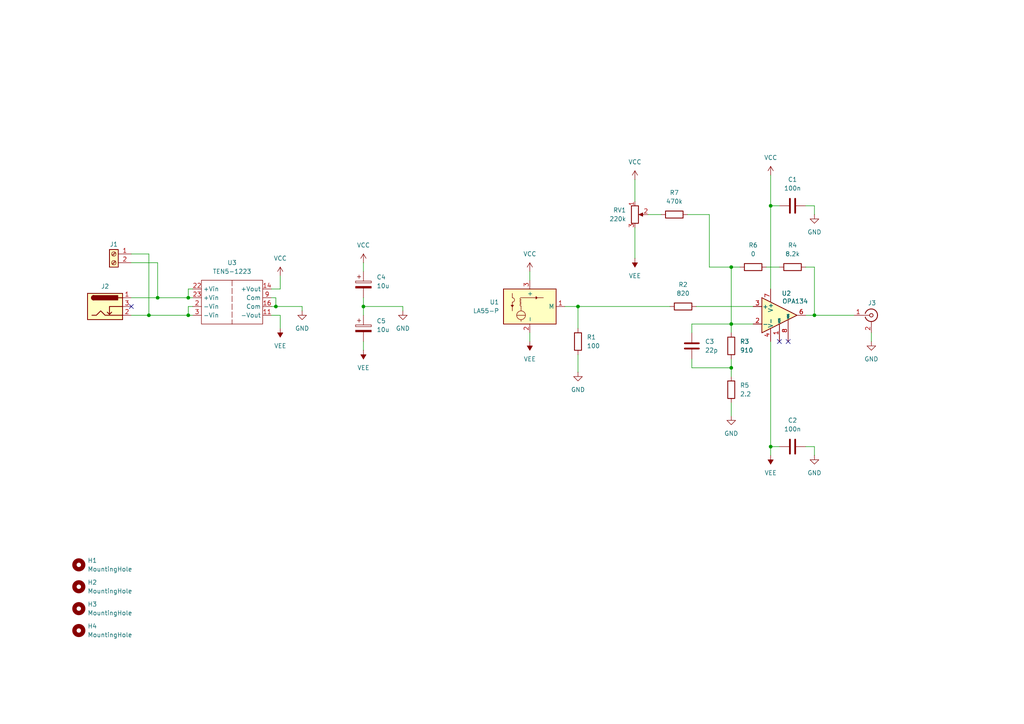
<source format=kicad_sch>
(kicad_sch (version 20250114) (generator "eeschema") (generator_version "9.0")
  (paper "A4")
  (lib_symbols
    (symbol "Amplifier_Operational:OPA134" (pin_names (offset 0.127))
      (property "Reference" "U" (at 1.27 6.35 0))
      (property "Value" "OPA134" (at 1.27 3.81 0))
      (symbol "OPA134_0_1"
        (polyline (pts (xy -5.08 5.08) (xy 5.08 0) (xy -5.08 -5.08) (xy -5.08 5.08)) (stroke (width 0.254)) (fill (type background)))
      )
      (symbol "OPA134_1_1"
        (pin input line (at -7.62 2.54 0) (length 2.54) (name "+") (number "3"))
        (pin input line (at -7.62 -2.54 0) (length 2.54) (name "-") (number "2"))
        (pin power_in line (at -2.54 7.62 270) (length 3.81) (name "V+") (number "7"))
        (pin power_in line (at -2.54 -7.62 90) (length 3.81) (name "V-") (number "4"))
        (pin no_connect line (at 0 2.54 270) (length 2.54) (hide yes) (name "NC") (number "5"))
        (pin input line (at 0 -7.62 90) (length 5.08) (name "VOS") (number "1"))
        (pin input line (at 2.54 -7.62 90) (length 6.35) (name "VOS") (number "8"))
        (pin output line (at 7.62 0 180) (length 2.54) (name "~") (number "6"))
      )
    )
    (symbol "Connector:Barrel_Jack_Switch" (pin_names (hide yes))
      (property "Reference" "J" (at 0 5.334 0))
      (property "Value" "Barrel_Jack_Switch" (at 0 -5.08 0))
      (symbol "Barrel_Jack_Switch_0_1"
        (rectangle (start -5.08 3.81) (end 5.08 -3.81) (stroke (width 0.254)) (fill (type background)))
        (polyline (pts (xy -3.81 -2.54) (xy -2.54 -2.54) (xy -1.27 -1.27) (xy 0 -2.54) (xy 2.54 -2.54) (xy 5.08 -2.54)) (stroke (width 0.254)))
        (arc (start -3.302 1.905) (mid -3.9343 2.54) (end -3.302 3.175) (stroke (width 0.254)))
        (arc (start -3.302 1.905) (mid -3.9343 2.54) (end -3.302 3.175) (stroke (width 0.254)) (fill (type outline)))
        (polyline (pts (xy 1.27 -2.286) (xy 1.905 -1.651)) (stroke (width 0.254)))
        (rectangle (start 3.683 3.175) (end -3.302 1.905) (stroke (width 0.254)) (fill (type outline)))
        (polyline (pts (xy 5.08 2.54) (xy 3.81 2.54)) (stroke (width 0.254)))
        (polyline (pts (xy 5.08 0) (xy 1.27 0) (xy 1.27 -2.286) (xy 0.635 -1.651)) (stroke (width 0.254)))
      )
      (symbol "Barrel_Jack_Switch_1_1"
        (pin passive line (at 7.62 2.54 180) (length 2.54) (name "~") (number "1"))
        (pin passive line (at 7.62 0 180) (length 2.54) (name "~") (number "3"))
        (pin passive line (at 7.62 -2.54 180) (length 2.54) (name "~") (number "2"))
      )
    )
    (symbol "Connector:Conn_Coaxial" (pin_names (offset 1.016) (hide yes))
      (property "Reference" "J" (at 0.254 3.048 0))
      (property "Value" "Conn_Coaxial" (at 2.921 0 90))
      (symbol "Conn_Coaxial_0_1"
        (polyline (pts (xy -2.54 0) (xy -0.508 0)))
        (arc (start 1.778 0) (mid 0.222 -1.8079) (end -1.778 -0.508) (stroke (width 0.254)))
        (arc (start -1.778 0.508) (mid 0.2221 1.8084) (end 1.778 0) (stroke (width 0.254)))
        (circle (center 0 0) (radius 0.508) (stroke (width 0.2032)))
        (polyline (pts (xy 0 -2.54) (xy 0 -1.778)))
      )
      (symbol "Conn_Coaxial_1_1"
        (pin passive line (at -5.08 0 0) (length 2.54) (name "In") (number "1"))
        (pin passive line (at 0 -5.08 90) (length 2.54) (name "Ext") (number "2"))
      )
    )
    (symbol "Connector:Screw_Terminal_01x02" (pin_names (offset 1.016) (hide yes))
      (property "Reference" "J" (at 0 2.54 0))
      (property "Value" "Screw_Terminal_01x02" (at 0 -5.08 0))
      (symbol "Screw_Terminal_01x02_1_1"
        (rectangle (start -1.27 1.27) (end 1.27 -3.81) (stroke (width 0.254)) (fill (type background)))
        (polyline (pts (xy -0.5334 0.3302) (xy 0.3302 -0.508)) (stroke (width 0.1524)))
        (polyline (pts (xy -0.5334 -2.2098) (xy 0.3302 -3.048)) (stroke (width 0.1524)))
        (polyline (pts (xy -0.3556 0.508) (xy 0.508 -0.3302)) (stroke (width 0.1524)))
        (polyline (pts (xy -0.3556 -2.032) (xy 0.508 -2.8702)) (stroke (width 0.1524)))
        (circle (center 0 0) (radius 0.635) (stroke (width 0.1524)))
        (circle (center 0 -2.54) (radius 0.635) (stroke (width 0.1524)))
        (pin passive line (at -5.08 0 0) (length 3.81) (name "Pin_1") (number "1"))
        (pin passive line (at -5.08 -2.54 0) (length 3.81) (name "Pin_2") (number "2"))
      )
    )
    (symbol "Device:C" (pin_numbers (hide yes)) (pin_names (offset 0.254))
      (property "Reference" "C" (at 0.635 2.54 0))
      (property "Value" "C" (at 0.635 -2.54 0))
      (symbol "C_0_1"
        (polyline (pts (xy -2.032 0.762) (xy 2.032 0.762)) (stroke (width 0.508)))
        (polyline (pts (xy -2.032 -0.762) (xy 2.032 -0.762)) (stroke (width 0.508)))
      )
      (symbol "C_1_1"
        (pin passive line (at 0 3.81 270) (length 2.794) (name "~") (number "1"))
        (pin passive line (at 0 -3.81 90) (length 2.794) (name "~") (number "2"))
      )
    )
    (symbol "Device:C_Polarized" (pin_numbers (hide yes)) (pin_names (offset 0.254))
      (property "Reference" "C" (at 0.635 2.54 0))
      (property "Value" "C_Polarized" (at 0.635 -2.54 0))
      (symbol "C_Polarized_0_1"
        (rectangle (start -2.286 0.508) (end 2.286 1.016))
        (polyline (pts (xy -1.778 2.286) (xy -0.762 2.286)))
        (polyline (pts (xy -1.27 2.794) (xy -1.27 1.778)))
        (rectangle (start 2.286 -0.508) (end -2.286 -1.016) (fill (type outline)))
      )
      (symbol "C_Polarized_1_1"
        (pin passive line (at 0 3.81 270) (length 2.794) (name "~") (number "1"))
        (pin passive line (at 0 -3.81 90) (length 2.794) (name "~") (number "2"))
      )
    )
    (symbol "Device:R" (pin_numbers (hide yes)) (pin_names (offset 0))
      (property "Reference" "R" (at 2.032 0 90))
      (property "Value" "R" (at 0 0 90))
      (symbol "R_0_1"
        (rectangle (start -1.016 -2.54) (end 1.016 2.54) (stroke (width 0.254)))
      )
      (symbol "R_1_1"
        (pin passive line (at 0 3.81 270) (length 1.27) (name "~") (number "1"))
        (pin passive line (at 0 -3.81 90) (length 1.27) (name "~") (number "2"))
      )
    )
    (symbol "Device:R_Potentiometer" (pin_names (offset 1.016) (hide yes))
      (property "Reference" "RV" (at -4.445 0 90))
      (property "Value" "R_Potentiometer" (at -2.54 0 90))
      (symbol "R_Potentiometer_0_1"
        (rectangle (start 1.016 2.54) (end -1.016 -2.54) (stroke (width 0.254)))
        (polyline (pts (xy 1.143 0) (xy 2.286 0.508) (xy 2.286 -0.508) (xy 1.143 0)) (fill (type outline)))
        (polyline (pts (xy 2.54 0) (xy 1.524 0)))
      )
      (symbol "R_Potentiometer_1_1"
        (pin passive line (at 0 3.81 270) (length 1.27) (name "1") (number "1"))
        (pin passive line (at 0 -3.81 90) (length 1.27) (name "3") (number "3"))
        (pin passive line (at 3.81 0 180) (length 1.27) (name "2") (number "2"))
      )
    )
    (symbol "Mechanical:MountingHole" (pin_names (offset 1.016)) (in_bom no)
      (property "Reference" "H" (at 0 5.08 0))
      (property "Value" "MountingHole" (at 0 3.175 0))
      (symbol "MountingHole_0_1"
        (circle (center 0 0) (radius 1.27) (stroke (width 1.27)))
      )
    )
    (symbol "My_DCDC:TEN5-1223"
      (property "Reference" "U" (at 8.89 3.556 0))
      (property "Value" "TEN5-1223" (at 8.89 1.524 0))
      (symbol "TEN5-1223_0_1"
        (rectangle (start 0 0) (end 17.78 -12.7))
      )
      (symbol "TEN5-1223_1_1"
        (polyline (pts (xy 8.89 0) (xy 8.89 -12.7)) (stroke (width 0) (type dash)))
        (pin passive line (at -2.54 -2.54 0) (length 2.54) (name "+Vin") (number "22"))
        (pin passive line (at -2.54 -5.08 0) (length 2.54) (name "+Vin") (number "23"))
        (pin passive line (at -2.54 -7.62 0) (length 2.54) (name "-Vin") (number "2"))
        (pin passive line (at -2.54 -10.16 0) (length 2.54) (name "-Vin") (number "3"))
        (pin passive line (at 20.32 -2.54 180) (length 2.54) (name "+Vout") (number "14"))
        (pin passive line (at 20.32 -5.08 180) (length 2.54) (name "Com") (number "9"))
        (pin passive line (at 20.32 -7.62 180) (length 2.54) (name "Com") (number "16"))
        (pin passive line (at 20.32 -10.16 180) (length 2.54) (name "-Vout") (number "11"))
      )
    )
    (symbol "Sensor_Current:LA55-P"
      (property "Reference" "U" (at -6.35 6.35 0))
      (property "Value" "LA55-P" (at 5.08 6.35 0))
      (symbol "LA55-P_0_1"
        (polyline (pts (xy -5.334 0.381) (xy -4.699 0.381) (xy -5.08 -0.127) (xy -5.461 0.381)) (fill (type outline)))
        (arc (start -5.08 2.54) (mid -4.4477 1.905) (end -5.08 1.27))
        (polyline (pts (xy -5.08 3.81) (xy -5.08 2.54)))
        (polyline (pts (xy -5.08 1.27) (xy -5.08 -1.27)))
        (polyline (pts (xy -3.81 -2.54) (xy -1.27 -2.54)))
        (polyline (pts (xy -2.54 2.54) (xy 3.937 2.54)))
        (polyline (pts (xy -2.54 -1.27) (xy -2.54 0.127)))
        (circle (center -2.54 -2.54) (radius 1.27))
        (polyline (pts (xy -2.54 -3.81) (xy -2.54 -4.318)))
        (arc (start -2.54 0.762) (mid -2.7929 1.016) (end -2.54 1.27))
        (arc (start -2.54 1.905) (mid -2.8451 2.2225) (end -2.54 2.54))
        (arc (start -2.54 1.27) (mid -2.8451 1.5875) (end -2.54 1.905))
        (arc (start -2.54 0.127) (mid -2.8451 0.4445) (end -2.54 0.762))
        (polyline (pts (xy 2.159 2.54) (xy 1.778 2.921) (xy 1.778 2.159) (xy 2.159 2.54)) (fill (type outline)))
        (rectangle (start 7.62 -5.08) (end -7.62 5.08) (stroke (width 0.254)) (fill (type background)))
      )
      (symbol "LA55-P_1_1"
        (pin power_in line (at 0 7.62 270) (length 2.54) (name "+") (number "3"))
        (pin power_in line (at 0 -7.62 90) (length 2.54) (name "-") (number "2"))
        (pin output line (at 10.16 0 180) (length 2.54) (name "M") (number "1"))
      )
    )
    (symbol "power:GND" (power) (pin_numbers (hide yes)) (pin_names (offset 0) (hide yes))
      (property "Value" "GND" (at 0 -3.81 0))
      (symbol "GND_0_1"
        (polyline (pts (xy 0 0) (xy 0 -1.27) (xy 1.27 -1.27) (xy 0 -2.54) (xy -1.27 -1.27) (xy 0 -1.27)))
      )
      (symbol "GND_1_1"
        (pin power_in line (at 0 0 270) (length 0) (name "~") (number "1"))
      )
    )
    (symbol "power:VCC" (power) (pin_numbers (hide yes)) (pin_names (offset 0) (hide yes))
      (property "Value" "VCC" (at 0 3.556 0))
      (symbol "VCC_0_1"
        (polyline (pts (xy -0.762 1.27) (xy 0 2.54)))
        (polyline (pts (xy 0 2.54) (xy 0.762 1.27)))
        (polyline (pts (xy 0 0) (xy 0 2.54)))
      )
      (symbol "VCC_1_1"
        (pin power_in line (at 0 0 90) (length 0) (name "~") (number "1"))
      )
    )
    (symbol "power:VEE" (power) (pin_numbers (hide yes)) (pin_names (offset 0) (hide yes))
      (property "Value" "VEE" (at 0 3.556 0))
      (symbol "VEE_0_1"
        (polyline (pts (xy 0 0) (xy 0 2.54)))
        (polyline (pts (xy 0.762 1.27) (xy -0.762 1.27) (xy 0 2.54) (xy 0.762 1.27)) (fill (type outline)))
      )
      (symbol "VEE_1_1"
        (pin power_in line (at 0 0 90) (length 0) (name "~") (number "1"))
      )
    )
  )
  (junction (at 223.52 59.69))
  (junction (at 105.41 88.9))
  (junction (at 80.01 88.9))
  (junction (at 45.72 86.36))
  (junction (at 54.61 86.36))
  (junction (at 236.22 91.44))
  (junction (at 223.52 129.54))
  (junction (at 54.61 91.44))
  (junction (at 212.09 77.47))
  (junction (at 167.64 88.9))
  (junction (at 212.09 93.98))
  (junction (at 212.09 106.68))
  (junction (at 43.18 91.44))
  (no_connect (at 228.6 99.06))
  (no_connect (at 38.1 88.9))
  (no_connect (at 226.06 99.06))
  (wire (pts (xy 236.22 91.44) (xy 247.65 91.44)))
  (wire (pts (xy 236.22 132.08) (xy 236.22 129.54)))
  (wire (pts (xy 54.61 86.36) (xy 55.88 86.36)))
  (wire (pts (xy 163.83 88.9) (xy 167.64 88.9)))
  (wire (pts (xy 105.41 99.06) (xy 105.41 101.6)))
  (wire (pts (xy 81.28 91.44) (xy 78.74 91.44)))
  (wire (pts (xy 223.52 59.69) (xy 226.06 59.69)))
  (wire (pts (xy 105.41 76.2) (xy 105.41 78.74)))
  (wire (pts (xy 45.72 76.2) (xy 38.1 76.2)))
  (wire (pts (xy 80.01 86.36) (xy 80.01 88.9)))
  (wire (pts (xy 212.09 77.47) (xy 214.63 77.47)))
  (wire (pts (xy 223.52 129.54) (xy 223.52 132.08)))
  (wire (pts (xy 236.22 129.54) (xy 233.68 129.54)))
  (wire (pts (xy 212.09 106.68) (xy 212.09 109.22)))
  (wire (pts (xy 167.64 88.9) (xy 167.64 95.25)))
  (wire (pts (xy 78.74 86.36) (xy 80.01 86.36)))
  (wire (pts (xy 153.67 78.74) (xy 153.67 81.28)))
  (wire (pts (xy 223.52 50.8) (xy 223.52 59.69)))
  (wire (pts (xy 43.18 91.44) (xy 54.61 91.44)))
  (wire (pts (xy 212.09 104.14) (xy 212.09 106.68)))
  (wire (pts (xy 236.22 59.69) (xy 233.68 59.69)))
  (wire (pts (xy 153.67 96.52) (xy 153.67 99.06)))
  (wire (pts (xy 233.68 91.44) (xy 236.22 91.44)))
  (wire (pts (xy 54.61 91.44) (xy 55.88 91.44)))
  (wire (pts (xy 223.52 59.69) (xy 223.52 83.82)))
  (wire (pts (xy 205.74 77.47) (xy 212.09 77.47)))
  (wire (pts (xy 81.28 83.82) (xy 78.74 83.82)))
  (wire (pts (xy 184.15 52.07) (xy 184.15 58.42)))
  (wire (pts (xy 199.39 62.23) (xy 205.74 62.23)))
  (wire (pts (xy 38.1 86.36) (xy 45.72 86.36)))
  (wire (pts (xy 55.88 83.82) (xy 54.61 83.82)))
  (wire (pts (xy 205.74 62.23) (xy 205.74 77.47)))
  (wire (pts (xy 212.09 93.98) (xy 218.44 93.98)))
  (wire (pts (xy 212.09 116.84) (xy 212.09 120.65)))
  (wire (pts (xy 167.64 88.9) (xy 194.31 88.9)))
  (wire (pts (xy 45.72 86.36) (xy 45.72 76.2)))
  (wire (pts (xy 201.93 88.9) (xy 218.44 88.9)))
  (wire (pts (xy 105.41 86.36) (xy 105.41 88.9)))
  (wire (pts (xy 116.84 90.17) (xy 116.84 88.9)))
  (wire (pts (xy 80.01 88.9) (xy 78.74 88.9)))
  (wire (pts (xy 200.66 93.98) (xy 212.09 93.98)))
  (wire (pts (xy 200.66 104.14) (xy 200.66 106.68)))
  (wire (pts (xy 223.52 129.54) (xy 226.06 129.54)))
  (wire (pts (xy 54.61 88.9) (xy 54.61 91.44)))
  (wire (pts (xy 233.68 77.47) (xy 236.22 77.47)))
  (wire (pts (xy 222.25 77.47) (xy 226.06 77.47)))
  (wire (pts (xy 54.61 83.82) (xy 54.61 86.36)))
  (wire (pts (xy 43.18 73.66) (xy 43.18 91.44)))
  (wire (pts (xy 252.73 96.52) (xy 252.73 99.06)))
  (wire (pts (xy 212.09 96.52) (xy 212.09 93.98)))
  (wire (pts (xy 236.22 77.47) (xy 236.22 91.44)))
  (wire (pts (xy 167.64 102.87) (xy 167.64 107.95)))
  (wire (pts (xy 184.15 66.04) (xy 184.15 74.93)))
  (wire (pts (xy 200.66 96.52) (xy 200.66 93.98)))
  (wire (pts (xy 200.66 106.68) (xy 212.09 106.68)))
  (wire (pts (xy 187.96 62.23) (xy 191.77 62.23)))
  (wire (pts (xy 105.41 88.9) (xy 105.41 91.44)))
  (wire (pts (xy 81.28 95.25) (xy 81.28 91.44)))
  (wire (pts (xy 45.72 86.36) (xy 54.61 86.36)))
  (wire (pts (xy 38.1 73.66) (xy 43.18 73.66)))
  (wire (pts (xy 55.88 88.9) (xy 54.61 88.9)))
  (wire (pts (xy 105.41 88.9) (xy 116.84 88.9)))
  (wire (pts (xy 223.52 99.06) (xy 223.52 129.54)))
  (wire (pts (xy 236.22 62.23) (xy 236.22 59.69)))
  (wire (pts (xy 81.28 80.01) (xy 81.28 83.82)))
  (wire (pts (xy 212.09 93.98) (xy 212.09 77.47)))
  (wire (pts (xy 87.63 90.17) (xy 87.63 88.9)))
  (wire (pts (xy 38.1 91.44) (xy 43.18 91.44)))
  (wire (pts (xy 87.63 88.9) (xy 80.01 88.9)))
  (symbol (lib_id "Device:R") (at 218.44 77.47 270) (unit 1)
    (property "Reference" "R6" (at 218.44 71.12 90))
    (property "Value" "0" (at 218.44 73.66 90))
    (property "Footprint" "SMD_Chip:0603" (effects (hide yes)))
    (property "Description" "Resistor" (effects (hide yes)))
  )
  (symbol (lib_id "power:VCC") (at 81.28 80.01 0) (unit 1)
    (property "Reference" "#PWR02" (effects (hide yes)))
    (property "Value" "VCC" (at 81.28 74.93 0))
    (property "Description" "Power symbol creates a global label with name \"VCC\"" (effects (hide yes)))
  )
  (symbol (lib_id "power:VEE") (at 105.41 101.6 180) (unit 1)
    (property "Reference" "#PWR05" (effects (hide yes)))
    (property "Value" "VEE" (at 105.41 106.68 0))
    (property "Description" "Power symbol creates a global label with name \"VEE\"" (effects (hide yes)))
  )
  (symbol (lib_id "power:VEE") (at 81.28 95.25 180) (unit 1)
    (property "Reference" "#PWR03" (effects (hide yes)))
    (property "Value" "VEE" (at 81.28 100.33 0))
    (property "Description" "Power symbol creates a global label with name \"VEE\"" (effects (hide yes)))
  )
  (symbol (lib_id "Sensor_Current:LA55-P") (at 153.67 88.9 0) (unit 1)
    (property "Reference" "U1" (at 144.78 87.6299 0) (effects (justify right)))
    (property "Value" "LA55-P" (at 144.78 90.1699 0) (effects (justify right)))
    (property "Footprint" "Sensor_Current:LEM_LA25-P" (effects (hide yes)))
    (property "Datasheet" "https://www.lem.com/sites/default/files/products_datasheets/la_55-p_e.pdf" (effects (hide yes)))
    (property "Description" "Current Transducer, 50A, Bipolar, ±15V" (effects (hide yes)))
  )
  (symbol (lib_id "power:VCC") (at 153.67 78.74 0) (unit 1)
    (property "Reference" "#PWR07" (effects (hide yes)))
    (property "Value" "VCC" (at 153.67 73.66 0))
    (property "Description" "Power symbol creates a global label with name \"VCC\"" (effects (hide yes)))
  )
  (symbol (lib_id "power:GND") (at 236.22 62.23 0) (unit 1)
    (property "Reference" "#PWR09" (effects (hide yes)))
    (property "Value" "GND" (at 236.22 67.31 0))
    (property "Description" "Power symbol creates a global label with name \"GND\" , ground" (effects (hide yes)))
  )
  (symbol (lib_id "Device:R") (at 167.64 99.06 180) (unit 1)
    (property "Reference" "R1" (at 170.18 97.7899 0) (effects (justify right)))
    (property "Value" "100" (at 170.18 100.3299 0) (effects (justify right)))
    (property "Footprint" "SMD_Chip:1206" (effects (hide yes)))
    (property "Description" "Resistor" (effects (hide yes)))
  )
  (symbol (lib_id "Mechanical:MountingHole") (at 22.86 182.88 0) (unit 1) (in_bom no)
    (property "Reference" "H4" (at 25.4 181.6099 0) (effects (justify left)))
    (property "Value" "MountingHole" (at 25.4 184.1499 0) (effects (justify left)))
    (property "Footprint" "MountingHole:MountingHole_3.2mm_M3_DIN965" (effects (hide yes)))
    (property "Description" "Mounting Hole without connection" (effects (hide yes)))
  )
  (symbol (lib_id "Device:R") (at 229.87 77.47 270) (unit 1)
    (property "Reference" "R4" (at 229.87 71.12 90))
    (property "Value" "8.2k" (at 229.87 73.66 90))
    (property "Footprint" "SMD_Chip:0603" (effects (hide yes)))
    (property "Description" "Resistor" (effects (hide yes)))
  )
  (symbol (lib_id "Mechanical:MountingHole") (at 22.86 163.83 0) (unit 1) (in_bom no)
    (property "Reference" "H1" (at 25.4 162.5599 0) (effects (justify left)))
    (property "Value" "MountingHole" (at 25.4 165.0999 0) (effects (justify left)))
    (property "Footprint" "MountingHole:MountingHole_3.2mm_M3_DIN965" (effects (hide yes)))
    (property "Description" "Mounting Hole without connection" (effects (hide yes)))
  )
  (symbol (lib_id "power:GND") (at 252.73 99.06 0) (unit 1)
    (property "Reference" "#PWR011" (effects (hide yes)))
    (property "Value" "GND" (at 252.73 104.14 0))
    (property "Description" "Power symbol creates a global label with name \"GND\" , ground" (effects (hide yes)))
  )
  (symbol (lib_id "power:GND") (at 236.22 132.08 0) (unit 1)
    (property "Reference" "#PWR010" (effects (hide yes)))
    (property "Value" "GND" (at 236.22 137.16 0))
    (property "Description" "Power symbol creates a global label with name \"GND\" , ground" (effects (hide yes)))
  )
  (symbol (lib_id "Amplifier_Operational:OPA134") (at 226.06 91.44 0) (unit 1)
    (property "Reference" "U2" (at 228.092 85.09 0))
    (property "Value" "OPA134" (at 230.632 87.376 0))
    (property "Footprint" "Package_SO:SOIC-8_3.9x4.9mm_P1.27mm" (effects (hide yes)))
    (property "Datasheet" "http://www.ti.com/lit/ds/symlink/opa134.pdf" (effects (hide yes)))
    (property "Description" "Single SoundPlus High Performance Audio Operational Amplifiers, DIP-8/SOIC-8" (effects (hide yes)))
  )
  (symbol (lib_id "power:VEE") (at 153.67 99.06 180) (unit 1)
    (property "Reference" "#PWR08" (effects (hide yes)))
    (property "Value" "VEE" (at 153.67 104.14 0))
    (property "Description" "Power symbol creates a global label with name \"VEE\"" (effects (hide yes)))
  )
  (symbol (lib_id "Device:R_Potentiometer") (at 184.15 62.23 0) (unit 1)
    (property "Reference" "RV1" (at 181.61 60.9599 0) (effects (justify right)))
    (property "Value" "220k" (at 181.61 63.4999 0) (effects (justify right)))
    (property "Footprint" "Potentiometer_THT:Potentiometer_Bourns_3296Y_Vertical" (effects (hide yes)))
    (property "Description" "Potentiometer" (effects (hide yes)))
  )
  (symbol (lib_id "Device:C") (at 229.87 129.54 90) (unit 1)
    (property "Reference" "C2" (at 229.87 121.92 90))
    (property "Value" "100n" (at 229.87 124.46 90))
    (property "Footprint" "SMD_Chip:0603" (effects (hide yes)))
    (property "Description" "Unpolarized capacitor" (effects (hide yes)))
  )
  (symbol (lib_id "Connector:Barrel_Jack_Switch") (at 30.48 88.9 0) (unit 1)
    (property "Reference" "J2" (at 30.48 83.058 0))
    (property "Value" "Barrel_Jack_Switch" (effects (hide yes)))
    (property "Footprint" "Anschlussklemme:Hohlbuchse_BKL" (effects (hide yes)))
    (property "Description" "DC Barrel Jack with an internal switch" (effects (hide yes)))
  )
  (symbol (lib_id "power:GND") (at 87.63 90.17 0) (unit 1)
    (property "Reference" "#PWR01" (effects (hide yes)))
    (property "Value" "GND" (at 87.63 95.25 0))
    (property "Description" "Power symbol creates a global label with name \"GND\" , ground" (effects (hide yes)))
  )
  (symbol (lib_id "power:VCC") (at 223.52 50.8 0) (unit 1)
    (property "Reference" "#PWR013" (effects (hide yes)))
    (property "Value" "VCC" (at 223.52 45.72 0))
    (property "Description" "Power symbol creates a global label with name \"VCC\"" (effects (hide yes)))
  )
  (symbol (lib_id "power:GND") (at 167.64 107.95 0) (unit 1)
    (property "Reference" "#PWR014" (effects (hide yes)))
    (property "Value" "GND" (at 167.64 113.03 0))
    (property "Description" "Power symbol creates a global label with name \"GND\" , ground" (effects (hide yes)))
  )
  (symbol (lib_id "power:VCC") (at 184.15 52.07 0) (unit 1)
    (property "Reference" "#PWR016" (effects (hide yes)))
    (property "Value" "VCC" (at 184.15 46.99 0))
    (property "Description" "Power symbol creates a global label with name \"VCC\"" (effects (hide yes)))
  )
  (symbol (lib_id "Device:C") (at 200.66 100.33 180) (unit 1)
    (property "Reference" "C3" (at 204.47 99.0599 0) (effects (justify right)))
    (property "Value" "22p" (at 204.47 101.5999 0) (effects (justify right)))
    (property "Footprint" "SMD_Chip:0603" (effects (hide yes)))
    (property "Description" "Unpolarized capacitor" (effects (hide yes)))
  )
  (symbol (lib_id "Mechanical:MountingHole") (at 22.86 176.53 0) (unit 1) (in_bom no)
    (property "Reference" "H3" (at 25.4 175.2599 0) (effects (justify left)))
    (property "Value" "MountingHole" (at 25.4 177.7999 0) (effects (justify left)))
    (property "Footprint" "MountingHole:MountingHole_3.2mm_M3_DIN965" (effects (hide yes)))
    (property "Description" "Mounting Hole without connection" (effects (hide yes)))
  )
  (symbol (lib_id "power:GND") (at 116.84 90.17 0) (unit 1)
    (property "Reference" "#PWR04" (effects (hide yes)))
    (property "Value" "GND" (at 116.84 95.25 0))
    (property "Description" "Power symbol creates a global label with name \"GND\" , ground" (effects (hide yes)))
  )
  (symbol (lib_id "Device:C") (at 229.87 59.69 90) (unit 1)
    (property "Reference" "C1" (at 229.87 52.07 90))
    (property "Value" "100n" (at 229.87 54.61 90))
    (property "Footprint" "SMD_Chip:0603" (effects (hide yes)))
    (property "Description" "Unpolarized capacitor" (effects (hide yes)))
  )
  (symbol (lib_id "Mechanical:MountingHole") (at 22.86 170.18 0) (unit 1) (in_bom no)
    (property "Reference" "H2" (at 25.4 168.9099 0) (effects (justify left)))
    (property "Value" "MountingHole" (at 25.4 171.4499 0) (effects (justify left)))
    (property "Footprint" "MountingHole:MountingHole_3.2mm_M3_DIN965" (effects (hide yes)))
    (property "Description" "Mounting Hole without connection" (effects (hide yes)))
  )
  (symbol (lib_id "Device:R") (at 212.09 100.33 180) (unit 1)
    (property "Reference" "R3" (at 214.63 99.0599 0) (effects (justify right)))
    (property "Value" "910" (at 214.63 101.5999 0) (effects (justify right)))
    (property "Footprint" "SMD_Chip:0603" (effects (hide yes)))
    (property "Description" "Resistor" (effects (hide yes)))
  )
  (symbol (lib_id "power:VEE") (at 184.15 74.93 180) (unit 1)
    (property "Reference" "#PWR017" (effects (hide yes)))
    (property "Value" "VEE" (at 184.15 80.01 0))
    (property "Description" "Power symbol creates a global label with name \"VEE\"" (effects (hide yes)))
  )
  (symbol (lib_id "Device:C_Polarized") (at 105.41 95.25 0) (unit 1)
    (property "Reference" "C5" (at 109.22 93.0909 0) (effects (justify left)))
    (property "Value" "10u" (at 109.22 95.6309 0) (effects (justify left)))
    (property "Footprint" "Capacitor_THT:C_Radial_D8.0mm_H7.0mm_P3.50mm" (effects (hide yes)))
    (property "Description" "Polarized capacitor" (effects (hide yes)))
  )
  (symbol (lib_id "My_DCDC:TEN5-1223") (at 58.42 81.28 0) (unit 1)
    (property "Reference" "U3" (at 67.31 76.2 0))
    (property "Value" "TEN5-1223" (at 67.31 78.74 0))
    (property "Footprint" "DCDC_Module:TEN5" (effects (hide yes)))
  )
  (symbol (lib_id "Device:R") (at 212.09 113.03 180) (unit 1)
    (property "Reference" "R5" (at 214.63 111.7599 0) (effects (justify right)))
    (property "Value" "2.2" (at 214.63 114.2999 0) (effects (justify right)))
    (property "Footprint" "SMD_Chip:0603" (effects (hide yes)))
    (property "Description" "Resistor" (effects (hide yes)))
  )
  (symbol (lib_id "Device:R") (at 195.58 62.23 90) (unit 1)
    (property "Reference" "R7" (at 195.58 55.88 90))
    (property "Value" "470k" (at 195.58 58.42 90))
    (property "Footprint" "SMD_Chip:0603" (effects (hide yes)))
    (property "Description" "Resistor" (effects (hide yes)))
  )
  (symbol (lib_id "power:VCC") (at 105.41 76.2 0) (unit 1)
    (property "Reference" "#PWR06" (effects (hide yes)))
    (property "Value" "VCC" (at 105.41 71.12 0))
    (property "Description" "Power symbol creates a global label with name \"VCC\"" (effects (hide yes)))
  )
  (symbol (lib_id "Device:C_Polarized") (at 105.41 82.55 0) (unit 1)
    (property "Reference" "C4" (at 109.22 80.3909 0) (effects (justify left)))
    (property "Value" "10u" (at 109.22 82.9309 0) (effects (justify left)))
    (property "Footprint" "Capacitor_THT:C_Radial_D8.0mm_H7.0mm_P3.50mm" (effects (hide yes)))
    (property "Description" "Polarized capacitor" (effects (hide yes)))
  )
  (symbol (lib_id "Connector:Screw_Terminal_01x02") (at 33.02 73.66 0) (mirror y) (unit 1)
    (property "Reference" "J1" (at 33.02 70.866 0))
    (property "Value" "Screw_Terminal_01x02" (effects (hide yes)))
    (property "Footprint" "Anschlussklemme:AKL_101-02_5.08mm" (effects (hide yes)))
    (property "Description" "Generic screw terminal, single row, 01x02, script generated (kicad-library-utils/schlib/autogen/connector/)" (effects (hide yes)))
  )
  (symbol (lib_id "power:VEE") (at 223.52 132.08 180) (unit 1)
    (property "Reference" "#PWR012" (effects (hide yes)))
    (property "Value" "VEE" (at 223.52 137.16 0))
    (property "Description" "Power symbol creates a global label with name \"VEE\"" (effects (hide yes)))
  )
  (symbol (lib_id "Connector:Conn_Coaxial") (at 252.73 91.44 0) (unit 1)
    (property "Reference" "J3" (at 251.714 87.884 0) (effects (justify left)))
    (property "Value" "Conn_Coaxial" (effects (hide yes)))
    (property "Footprint" "Anschlussklemme:BNC_vertical" (effects (hide yes)))
    (property "Description" "coaxial connector (BNC, SMA, SMB, SMC, Cinch/RCA, LEMO, ...)" (effects (hide yes)))
  )
  (symbol (lib_id "Device:R") (at 198.12 88.9 90) (unit 1)
    (property "Reference" "R2" (at 198.12 82.55 90))
    (property "Value" "820" (at 198.12 85.09 90))
    (property "Footprint" "SMD_Chip:0603" (effects (hide yes)))
    (property "Description" "Resistor" (effects (hide yes)))
  )
  (symbol (lib_id "power:GND") (at 212.09 120.65 0) (unit 1)
    (property "Reference" "#PWR015" (effects (hide yes)))
    (property "Value" "GND" (at 212.09 125.73 0))
    (property "Description" "Power symbol creates a global label with name \"GND\" , ground" (effects (hide yes)))
  )
)
</source>
